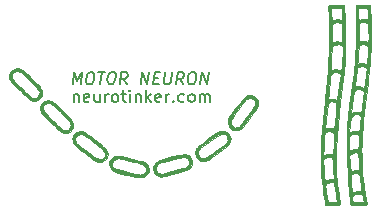
<source format=gbr>
G04 #@! TF.FileFunction,Legend,Top*
%FSLAX46Y46*%
G04 Gerber Fmt 4.6, Leading zero omitted, Abs format (unit mm)*
G04 Created by KiCad (PCBNEW 4.0.7-e2-6376~58~ubuntu14.04.1) date Wed May 23 15:12:27 2018*
%MOMM*%
%LPD*%
G01*
G04 APERTURE LIST*
%ADD10C,0.100000*%
%ADD11C,0.140000*%
%ADD12C,0.010000*%
G04 APERTURE END LIST*
D10*
D11*
X187538095Y-62985714D02*
X187538095Y-63652381D01*
X187538095Y-63080952D02*
X187585714Y-63033333D01*
X187680952Y-62985714D01*
X187823810Y-62985714D01*
X187919048Y-63033333D01*
X187966667Y-63128571D01*
X187966667Y-63652381D01*
X188823810Y-63604762D02*
X188728572Y-63652381D01*
X188538095Y-63652381D01*
X188442857Y-63604762D01*
X188395238Y-63509524D01*
X188395238Y-63128571D01*
X188442857Y-63033333D01*
X188538095Y-62985714D01*
X188728572Y-62985714D01*
X188823810Y-63033333D01*
X188871429Y-63128571D01*
X188871429Y-63223810D01*
X188395238Y-63319048D01*
X189728572Y-62985714D02*
X189728572Y-63652381D01*
X189300000Y-62985714D02*
X189300000Y-63509524D01*
X189347619Y-63604762D01*
X189442857Y-63652381D01*
X189585715Y-63652381D01*
X189680953Y-63604762D01*
X189728572Y-63557143D01*
X190204762Y-63652381D02*
X190204762Y-62985714D01*
X190204762Y-63176190D02*
X190252381Y-63080952D01*
X190300000Y-63033333D01*
X190395238Y-62985714D01*
X190490477Y-62985714D01*
X190966667Y-63652381D02*
X190871429Y-63604762D01*
X190823810Y-63557143D01*
X190776191Y-63461905D01*
X190776191Y-63176190D01*
X190823810Y-63080952D01*
X190871429Y-63033333D01*
X190966667Y-62985714D01*
X191109525Y-62985714D01*
X191204763Y-63033333D01*
X191252382Y-63080952D01*
X191300001Y-63176190D01*
X191300001Y-63461905D01*
X191252382Y-63557143D01*
X191204763Y-63604762D01*
X191109525Y-63652381D01*
X190966667Y-63652381D01*
X191585715Y-62985714D02*
X191966667Y-62985714D01*
X191728572Y-62652381D02*
X191728572Y-63509524D01*
X191776191Y-63604762D01*
X191871429Y-63652381D01*
X191966667Y-63652381D01*
X192300001Y-63652381D02*
X192300001Y-62985714D01*
X192300001Y-62652381D02*
X192252382Y-62700000D01*
X192300001Y-62747619D01*
X192347620Y-62700000D01*
X192300001Y-62652381D01*
X192300001Y-62747619D01*
X192776191Y-62985714D02*
X192776191Y-63652381D01*
X192776191Y-63080952D02*
X192823810Y-63033333D01*
X192919048Y-62985714D01*
X193061906Y-62985714D01*
X193157144Y-63033333D01*
X193204763Y-63128571D01*
X193204763Y-63652381D01*
X193680953Y-63652381D02*
X193680953Y-62652381D01*
X193776191Y-63271429D02*
X194061906Y-63652381D01*
X194061906Y-62985714D02*
X193680953Y-63366667D01*
X194871430Y-63604762D02*
X194776192Y-63652381D01*
X194585715Y-63652381D01*
X194490477Y-63604762D01*
X194442858Y-63509524D01*
X194442858Y-63128571D01*
X194490477Y-63033333D01*
X194585715Y-62985714D01*
X194776192Y-62985714D01*
X194871430Y-63033333D01*
X194919049Y-63128571D01*
X194919049Y-63223810D01*
X194442858Y-63319048D01*
X195347620Y-63652381D02*
X195347620Y-62985714D01*
X195347620Y-63176190D02*
X195395239Y-63080952D01*
X195442858Y-63033333D01*
X195538096Y-62985714D01*
X195633335Y-62985714D01*
X195966668Y-63557143D02*
X196014287Y-63604762D01*
X195966668Y-63652381D01*
X195919049Y-63604762D01*
X195966668Y-63557143D01*
X195966668Y-63652381D01*
X196871430Y-63604762D02*
X196776192Y-63652381D01*
X196585715Y-63652381D01*
X196490477Y-63604762D01*
X196442858Y-63557143D01*
X196395239Y-63461905D01*
X196395239Y-63176190D01*
X196442858Y-63080952D01*
X196490477Y-63033333D01*
X196585715Y-62985714D01*
X196776192Y-62985714D01*
X196871430Y-63033333D01*
X197442858Y-63652381D02*
X197347620Y-63604762D01*
X197300001Y-63557143D01*
X197252382Y-63461905D01*
X197252382Y-63176190D01*
X197300001Y-63080952D01*
X197347620Y-63033333D01*
X197442858Y-62985714D01*
X197585716Y-62985714D01*
X197680954Y-63033333D01*
X197728573Y-63080952D01*
X197776192Y-63176190D01*
X197776192Y-63461905D01*
X197728573Y-63557143D01*
X197680954Y-63604762D01*
X197585716Y-63652381D01*
X197442858Y-63652381D01*
X198204763Y-63652381D02*
X198204763Y-62985714D01*
X198204763Y-63080952D02*
X198252382Y-63033333D01*
X198347620Y-62985714D01*
X198490478Y-62985714D01*
X198585716Y-63033333D01*
X198633335Y-63128571D01*
X198633335Y-63652381D01*
X198633335Y-63128571D02*
X198680954Y-63033333D01*
X198776192Y-62985714D01*
X198919049Y-62985714D01*
X199014287Y-63033333D01*
X199061906Y-63128571D01*
X199061906Y-63652381D01*
X187452976Y-62152381D02*
X187577976Y-61152381D01*
X187822025Y-61866667D01*
X188244643Y-61152381D01*
X188119643Y-62152381D01*
X188911309Y-61152381D02*
X189101786Y-61152381D01*
X189191072Y-61200000D01*
X189274405Y-61295238D01*
X189298215Y-61485714D01*
X189256548Y-61819048D01*
X189185120Y-62009524D01*
X189077977Y-62104762D01*
X188976786Y-62152381D01*
X188786309Y-62152381D01*
X188697024Y-62104762D01*
X188613691Y-62009524D01*
X188589881Y-61819048D01*
X188631548Y-61485714D01*
X188702976Y-61295238D01*
X188810119Y-61200000D01*
X188911309Y-61152381D01*
X189625595Y-61152381D02*
X190197024Y-61152381D01*
X189786309Y-62152381D02*
X189911309Y-61152381D01*
X190720833Y-61152381D02*
X190911310Y-61152381D01*
X191000596Y-61200000D01*
X191083929Y-61295238D01*
X191107739Y-61485714D01*
X191066072Y-61819048D01*
X190994644Y-62009524D01*
X190887501Y-62104762D01*
X190786310Y-62152381D01*
X190595833Y-62152381D01*
X190506548Y-62104762D01*
X190423215Y-62009524D01*
X190399405Y-61819048D01*
X190441072Y-61485714D01*
X190512500Y-61295238D01*
X190619643Y-61200000D01*
X190720833Y-61152381D01*
X192024405Y-62152381D02*
X191750595Y-61676190D01*
X191452976Y-62152381D02*
X191577976Y-61152381D01*
X191958929Y-61152381D01*
X192048215Y-61200000D01*
X192089882Y-61247619D01*
X192125596Y-61342857D01*
X192107739Y-61485714D01*
X192048215Y-61580952D01*
X191994644Y-61628571D01*
X191893453Y-61676190D01*
X191512500Y-61676190D01*
X193214881Y-62152381D02*
X193339881Y-61152381D01*
X193786310Y-62152381D01*
X193911310Y-61152381D01*
X194327977Y-61628571D02*
X194661311Y-61628571D01*
X194738691Y-62152381D02*
X194262500Y-62152381D01*
X194387500Y-61152381D01*
X194863691Y-61152381D01*
X195292262Y-61152381D02*
X195191072Y-61961905D01*
X195226786Y-62057143D01*
X195268453Y-62104762D01*
X195357738Y-62152381D01*
X195548215Y-62152381D01*
X195649406Y-62104762D01*
X195702977Y-62057143D01*
X195762501Y-61961905D01*
X195863691Y-61152381D01*
X196786310Y-62152381D02*
X196512500Y-61676190D01*
X196214881Y-62152381D02*
X196339881Y-61152381D01*
X196720834Y-61152381D01*
X196810120Y-61200000D01*
X196851787Y-61247619D01*
X196887501Y-61342857D01*
X196869644Y-61485714D01*
X196810120Y-61580952D01*
X196756549Y-61628571D01*
X196655358Y-61676190D01*
X196274405Y-61676190D01*
X197530357Y-61152381D02*
X197720834Y-61152381D01*
X197810120Y-61200000D01*
X197893453Y-61295238D01*
X197917263Y-61485714D01*
X197875596Y-61819048D01*
X197804168Y-62009524D01*
X197697025Y-62104762D01*
X197595834Y-62152381D01*
X197405357Y-62152381D01*
X197316072Y-62104762D01*
X197232739Y-62009524D01*
X197208929Y-61819048D01*
X197250596Y-61485714D01*
X197322024Y-61295238D01*
X197429167Y-61200000D01*
X197530357Y-61152381D01*
X198262500Y-62152381D02*
X198387500Y-61152381D01*
X198833929Y-62152381D01*
X198958929Y-61152381D01*
D12*
G36*
X210491434Y-56730800D02*
X210502202Y-57173755D01*
X210509966Y-57682056D01*
X210514465Y-58219485D01*
X210515439Y-58749826D01*
X210512629Y-59236860D01*
X210510593Y-59397800D01*
X210503136Y-59832934D01*
X210494065Y-60188151D01*
X210481733Y-60485134D01*
X210464491Y-60745564D01*
X210440689Y-60991125D01*
X210408680Y-61243499D01*
X210366814Y-61524370D01*
X210332658Y-61737880D01*
X210065724Y-63659240D01*
X209882188Y-65619396D01*
X209783776Y-67596708D01*
X209766261Y-68835902D01*
X209770025Y-69368145D01*
X209783109Y-69825995D01*
X209807791Y-70236412D01*
X209846353Y-70626358D01*
X209901071Y-71022795D01*
X209974225Y-71452685D01*
X209998542Y-71583887D01*
X210044632Y-71834102D01*
X210082861Y-72051312D01*
X210109634Y-72214381D01*
X210121360Y-72302173D01*
X210121600Y-72307787D01*
X210101157Y-72337795D01*
X210030500Y-72358181D01*
X209895635Y-72370483D01*
X209682570Y-72376239D01*
X209490201Y-72377200D01*
X208858803Y-72377200D01*
X208807312Y-72110500D01*
X208677459Y-71332624D01*
X208613256Y-70810260D01*
X208856714Y-70810260D01*
X208872266Y-70989952D01*
X208906550Y-71244896D01*
X208927300Y-71386600D01*
X208968587Y-71672502D01*
X209001082Y-71873515D01*
X209035560Y-72004444D01*
X209082791Y-72080099D01*
X209153548Y-72115288D01*
X209258603Y-72124818D01*
X209408727Y-72123498D01*
X209463135Y-72123200D01*
X209664283Y-72121825D01*
X209783142Y-72113828D01*
X209839020Y-72093400D01*
X209851223Y-72054731D01*
X209843013Y-72008900D01*
X209772119Y-71680113D01*
X209707582Y-71338404D01*
X209657028Y-71025950D01*
X209635733Y-70862592D01*
X209605725Y-70682439D01*
X209564016Y-70537537D01*
X209526835Y-70468892D01*
X209395929Y-70405053D01*
X209221134Y-70412375D01*
X209029579Y-70489362D01*
X209016700Y-70497043D01*
X208939887Y-70549213D01*
X208888781Y-70607239D01*
X208861638Y-70688472D01*
X208856714Y-70810260D01*
X208613256Y-70810260D01*
X208574950Y-70498598D01*
X208501462Y-69636332D01*
X208458673Y-68773735D01*
X208454963Y-68476224D01*
X208683700Y-68476224D01*
X208716348Y-69296412D01*
X208729271Y-69582352D01*
X208743730Y-69838696D01*
X208758377Y-70045467D01*
X208771866Y-70182691D01*
X208778862Y-70223402D01*
X208802123Y-70288690D01*
X208840833Y-70303612D01*
X208924658Y-70269511D01*
X208995264Y-70233194D01*
X209217348Y-70160948D01*
X209366631Y-70164186D01*
X209551463Y-70192187D01*
X209526159Y-69316193D01*
X209514943Y-68973611D01*
X209500775Y-68719440D01*
X209478969Y-68540509D01*
X209444843Y-68423644D01*
X209393714Y-68355673D01*
X209320899Y-68323423D01*
X209221713Y-68313720D01*
X209169567Y-68313200D01*
X208999298Y-68338012D01*
X208841327Y-68394712D01*
X208683700Y-68476224D01*
X208454963Y-68476224D01*
X208448260Y-67938716D01*
X208448786Y-67921370D01*
X208688216Y-67921370D01*
X208690195Y-68047056D01*
X208701443Y-68115684D01*
X208723433Y-68142063D01*
X208757636Y-68141002D01*
X208775400Y-68136114D01*
X208899403Y-68105138D01*
X209038816Y-68076508D01*
X209207466Y-68071971D01*
X209352359Y-68099863D01*
X209504085Y-68152755D01*
X209531672Y-67788477D01*
X209545677Y-67578678D01*
X209561046Y-67308824D01*
X209575508Y-67020393D01*
X209583046Y-66849895D01*
X209606833Y-66275591D01*
X209445116Y-66176985D01*
X209230503Y-66088941D01*
X209037131Y-66088086D01*
X208880979Y-66167075D01*
X208778028Y-66318564D01*
X208744280Y-66499078D01*
X208739909Y-66628585D01*
X208731930Y-66833860D01*
X208721385Y-67089181D01*
X208709317Y-67368824D01*
X208706180Y-67439591D01*
X208694035Y-67723818D01*
X208688216Y-67921370D01*
X208448786Y-67921370D01*
X208471901Y-67159184D01*
X208491844Y-66861884D01*
X208513445Y-66610891D01*
X208544437Y-66280194D01*
X208582687Y-65891035D01*
X208583789Y-65880198D01*
X208806311Y-65880198D01*
X209019455Y-65852994D01*
X209204828Y-65850846D01*
X209384969Y-65880762D01*
X209410400Y-65888880D01*
X209588200Y-65951972D01*
X209621115Y-65748286D01*
X209636412Y-65628277D01*
X209657227Y-65429481D01*
X209681391Y-65174420D01*
X209706732Y-64885617D01*
X209721527Y-64706400D01*
X209744159Y-64423422D01*
X209763710Y-64175324D01*
X209778787Y-63980063D01*
X209787999Y-63855594D01*
X209790212Y-63820247D01*
X209748057Y-63754797D01*
X209642961Y-63685175D01*
X209511254Y-63628839D01*
X209389266Y-63603249D01*
X209345904Y-63606736D01*
X209247328Y-63635787D01*
X209172395Y-63676115D01*
X209115766Y-63741991D01*
X209072101Y-63847684D01*
X209036061Y-64007464D01*
X209002305Y-64235601D01*
X208965493Y-64546365D01*
X208953259Y-64655999D01*
X208919423Y-64958172D01*
X208887692Y-65236393D01*
X208860439Y-65470229D01*
X208840041Y-65639247D01*
X208830493Y-65712399D01*
X208806311Y-65880198D01*
X208583789Y-65880198D01*
X208626066Y-65464653D01*
X208672442Y-65022291D01*
X208719684Y-64585189D01*
X208725917Y-64528600D01*
X208832328Y-63533041D01*
X208852816Y-63324554D01*
X209105568Y-63324554D01*
X209122062Y-63375882D01*
X209187490Y-63397377D01*
X209325697Y-63395624D01*
X209355775Y-63393652D01*
X209522527Y-63393631D01*
X209658351Y-63413443D01*
X209698706Y-63428589D01*
X209785661Y-63456407D01*
X209821460Y-63445936D01*
X209840914Y-63382987D01*
X209867673Y-63243910D01*
X209897240Y-63053489D01*
X209910763Y-62953800D01*
X209944438Y-62705595D01*
X209987844Y-62402096D01*
X210034461Y-62088298D01*
X210064240Y-61894718D01*
X210158474Y-61292837D01*
X210000337Y-61196408D01*
X209868319Y-61131072D01*
X209756943Y-61100162D01*
X209748277Y-61099789D01*
X209604703Y-61128131D01*
X209454509Y-61199219D01*
X209334654Y-61291369D01*
X209283696Y-61372349D01*
X209272271Y-61453728D01*
X209254415Y-61615716D01*
X209232012Y-61837662D01*
X209206946Y-62098915D01*
X209181102Y-62378826D01*
X209156364Y-62656743D01*
X209134616Y-62912017D01*
X209117742Y-63123997D01*
X209107626Y-63272032D01*
X209105568Y-63324554D01*
X208852816Y-63324554D01*
X208921768Y-62622914D01*
X208995071Y-61783626D01*
X209052776Y-61004515D01*
X209303305Y-61004515D01*
X209412565Y-60946040D01*
X209526205Y-60915740D01*
X209692030Y-60904577D01*
X209783612Y-60908044D01*
X209950801Y-60926905D01*
X210084013Y-60952053D01*
X210126796Y-60965816D01*
X210164353Y-60965627D01*
X210195763Y-60921205D01*
X210222307Y-60823209D01*
X210245270Y-60662297D01*
X210265936Y-60429127D01*
X210285588Y-60114357D01*
X210305509Y-59708645D01*
X210308379Y-59644376D01*
X210340160Y-58925752D01*
X210182603Y-58844276D01*
X210029285Y-58786717D01*
X209882822Y-58762989D01*
X209719979Y-58795487D01*
X209559654Y-58877604D01*
X209436932Y-58986890D01*
X209389420Y-59078724D01*
X209380002Y-59165886D01*
X209368608Y-59335635D01*
X209356259Y-59569001D01*
X209343975Y-59847016D01*
X209334510Y-60099557D01*
X209303305Y-61004515D01*
X209052776Y-61004515D01*
X209053068Y-61000580D01*
X209096591Y-60259181D01*
X209126473Y-59544834D01*
X209143544Y-58842943D01*
X209144938Y-58650185D01*
X209407876Y-58650185D01*
X209620161Y-58577047D01*
X209836412Y-58530584D01*
X210054483Y-58551264D01*
X210276520Y-58598620D01*
X210248600Y-57010200D01*
X210030463Y-56934795D01*
X209886372Y-56891682D01*
X209784346Y-56890609D01*
X209672548Y-56934820D01*
X209624063Y-56960229D01*
X209435800Y-57061067D01*
X209407876Y-58650185D01*
X209144938Y-58650185D01*
X209148637Y-58138913D01*
X209142584Y-57418149D01*
X209139991Y-57264200D01*
X209132298Y-56863674D01*
X209124402Y-56492645D01*
X209116641Y-56164156D01*
X209109351Y-55891248D01*
X209102871Y-55686964D01*
X209101873Y-55664000D01*
X209359600Y-55664000D01*
X209360293Y-56108500D01*
X209363808Y-56323658D01*
X209372569Y-56509824D01*
X209384922Y-56636024D01*
X209389703Y-56659976D01*
X209414914Y-56724782D01*
X209462500Y-56742081D01*
X209563021Y-56716771D01*
X209621207Y-56697087D01*
X209807950Y-56654398D01*
X209988573Y-56672217D01*
X210028725Y-56682349D01*
X210156562Y-56712902D01*
X210232679Y-56723691D01*
X210241027Y-56721438D01*
X210242712Y-56667216D01*
X210241260Y-56533558D01*
X210237021Y-56342569D01*
X210232526Y-56184700D01*
X210216452Y-55664000D01*
X209359600Y-55664000D01*
X209101873Y-55664000D01*
X209097538Y-55564347D01*
X209095302Y-55537000D01*
X209094217Y-55496209D01*
X209115566Y-55468101D01*
X209174893Y-55450320D01*
X209287737Y-55440513D01*
X209469640Y-55436326D01*
X209736144Y-55435403D01*
X209766000Y-55435400D01*
X210451800Y-55435400D01*
X210491434Y-56730800D01*
X210491434Y-56730800D01*
G37*
X210491434Y-56730800D02*
X210502202Y-57173755D01*
X210509966Y-57682056D01*
X210514465Y-58219485D01*
X210515439Y-58749826D01*
X210512629Y-59236860D01*
X210510593Y-59397800D01*
X210503136Y-59832934D01*
X210494065Y-60188151D01*
X210481733Y-60485134D01*
X210464491Y-60745564D01*
X210440689Y-60991125D01*
X210408680Y-61243499D01*
X210366814Y-61524370D01*
X210332658Y-61737880D01*
X210065724Y-63659240D01*
X209882188Y-65619396D01*
X209783776Y-67596708D01*
X209766261Y-68835902D01*
X209770025Y-69368145D01*
X209783109Y-69825995D01*
X209807791Y-70236412D01*
X209846353Y-70626358D01*
X209901071Y-71022795D01*
X209974225Y-71452685D01*
X209998542Y-71583887D01*
X210044632Y-71834102D01*
X210082861Y-72051312D01*
X210109634Y-72214381D01*
X210121360Y-72302173D01*
X210121600Y-72307787D01*
X210101157Y-72337795D01*
X210030500Y-72358181D01*
X209895635Y-72370483D01*
X209682570Y-72376239D01*
X209490201Y-72377200D01*
X208858803Y-72377200D01*
X208807312Y-72110500D01*
X208677459Y-71332624D01*
X208613256Y-70810260D01*
X208856714Y-70810260D01*
X208872266Y-70989952D01*
X208906550Y-71244896D01*
X208927300Y-71386600D01*
X208968587Y-71672502D01*
X209001082Y-71873515D01*
X209035560Y-72004444D01*
X209082791Y-72080099D01*
X209153548Y-72115288D01*
X209258603Y-72124818D01*
X209408727Y-72123498D01*
X209463135Y-72123200D01*
X209664283Y-72121825D01*
X209783142Y-72113828D01*
X209839020Y-72093400D01*
X209851223Y-72054731D01*
X209843013Y-72008900D01*
X209772119Y-71680113D01*
X209707582Y-71338404D01*
X209657028Y-71025950D01*
X209635733Y-70862592D01*
X209605725Y-70682439D01*
X209564016Y-70537537D01*
X209526835Y-70468892D01*
X209395929Y-70405053D01*
X209221134Y-70412375D01*
X209029579Y-70489362D01*
X209016700Y-70497043D01*
X208939887Y-70549213D01*
X208888781Y-70607239D01*
X208861638Y-70688472D01*
X208856714Y-70810260D01*
X208613256Y-70810260D01*
X208574950Y-70498598D01*
X208501462Y-69636332D01*
X208458673Y-68773735D01*
X208454963Y-68476224D01*
X208683700Y-68476224D01*
X208716348Y-69296412D01*
X208729271Y-69582352D01*
X208743730Y-69838696D01*
X208758377Y-70045467D01*
X208771866Y-70182691D01*
X208778862Y-70223402D01*
X208802123Y-70288690D01*
X208840833Y-70303612D01*
X208924658Y-70269511D01*
X208995264Y-70233194D01*
X209217348Y-70160948D01*
X209366631Y-70164186D01*
X209551463Y-70192187D01*
X209526159Y-69316193D01*
X209514943Y-68973611D01*
X209500775Y-68719440D01*
X209478969Y-68540509D01*
X209444843Y-68423644D01*
X209393714Y-68355673D01*
X209320899Y-68323423D01*
X209221713Y-68313720D01*
X209169567Y-68313200D01*
X208999298Y-68338012D01*
X208841327Y-68394712D01*
X208683700Y-68476224D01*
X208454963Y-68476224D01*
X208448260Y-67938716D01*
X208448786Y-67921370D01*
X208688216Y-67921370D01*
X208690195Y-68047056D01*
X208701443Y-68115684D01*
X208723433Y-68142063D01*
X208757636Y-68141002D01*
X208775400Y-68136114D01*
X208899403Y-68105138D01*
X209038816Y-68076508D01*
X209207466Y-68071971D01*
X209352359Y-68099863D01*
X209504085Y-68152755D01*
X209531672Y-67788477D01*
X209545677Y-67578678D01*
X209561046Y-67308824D01*
X209575508Y-67020393D01*
X209583046Y-66849895D01*
X209606833Y-66275591D01*
X209445116Y-66176985D01*
X209230503Y-66088941D01*
X209037131Y-66088086D01*
X208880979Y-66167075D01*
X208778028Y-66318564D01*
X208744280Y-66499078D01*
X208739909Y-66628585D01*
X208731930Y-66833860D01*
X208721385Y-67089181D01*
X208709317Y-67368824D01*
X208706180Y-67439591D01*
X208694035Y-67723818D01*
X208688216Y-67921370D01*
X208448786Y-67921370D01*
X208471901Y-67159184D01*
X208491844Y-66861884D01*
X208513445Y-66610891D01*
X208544437Y-66280194D01*
X208582687Y-65891035D01*
X208583789Y-65880198D01*
X208806311Y-65880198D01*
X209019455Y-65852994D01*
X209204828Y-65850846D01*
X209384969Y-65880762D01*
X209410400Y-65888880D01*
X209588200Y-65951972D01*
X209621115Y-65748286D01*
X209636412Y-65628277D01*
X209657227Y-65429481D01*
X209681391Y-65174420D01*
X209706732Y-64885617D01*
X209721527Y-64706400D01*
X209744159Y-64423422D01*
X209763710Y-64175324D01*
X209778787Y-63980063D01*
X209787999Y-63855594D01*
X209790212Y-63820247D01*
X209748057Y-63754797D01*
X209642961Y-63685175D01*
X209511254Y-63628839D01*
X209389266Y-63603249D01*
X209345904Y-63606736D01*
X209247328Y-63635787D01*
X209172395Y-63676115D01*
X209115766Y-63741991D01*
X209072101Y-63847684D01*
X209036061Y-64007464D01*
X209002305Y-64235601D01*
X208965493Y-64546365D01*
X208953259Y-64655999D01*
X208919423Y-64958172D01*
X208887692Y-65236393D01*
X208860439Y-65470229D01*
X208840041Y-65639247D01*
X208830493Y-65712399D01*
X208806311Y-65880198D01*
X208583789Y-65880198D01*
X208626066Y-65464653D01*
X208672442Y-65022291D01*
X208719684Y-64585189D01*
X208725917Y-64528600D01*
X208832328Y-63533041D01*
X208852816Y-63324554D01*
X209105568Y-63324554D01*
X209122062Y-63375882D01*
X209187490Y-63397377D01*
X209325697Y-63395624D01*
X209355775Y-63393652D01*
X209522527Y-63393631D01*
X209658351Y-63413443D01*
X209698706Y-63428589D01*
X209785661Y-63456407D01*
X209821460Y-63445936D01*
X209840914Y-63382987D01*
X209867673Y-63243910D01*
X209897240Y-63053489D01*
X209910763Y-62953800D01*
X209944438Y-62705595D01*
X209987844Y-62402096D01*
X210034461Y-62088298D01*
X210064240Y-61894718D01*
X210158474Y-61292837D01*
X210000337Y-61196408D01*
X209868319Y-61131072D01*
X209756943Y-61100162D01*
X209748277Y-61099789D01*
X209604703Y-61128131D01*
X209454509Y-61199219D01*
X209334654Y-61291369D01*
X209283696Y-61372349D01*
X209272271Y-61453728D01*
X209254415Y-61615716D01*
X209232012Y-61837662D01*
X209206946Y-62098915D01*
X209181102Y-62378826D01*
X209156364Y-62656743D01*
X209134616Y-62912017D01*
X209117742Y-63123997D01*
X209107626Y-63272032D01*
X209105568Y-63324554D01*
X208852816Y-63324554D01*
X208921768Y-62622914D01*
X208995071Y-61783626D01*
X209052776Y-61004515D01*
X209303305Y-61004515D01*
X209412565Y-60946040D01*
X209526205Y-60915740D01*
X209692030Y-60904577D01*
X209783612Y-60908044D01*
X209950801Y-60926905D01*
X210084013Y-60952053D01*
X210126796Y-60965816D01*
X210164353Y-60965627D01*
X210195763Y-60921205D01*
X210222307Y-60823209D01*
X210245270Y-60662297D01*
X210265936Y-60429127D01*
X210285588Y-60114357D01*
X210305509Y-59708645D01*
X210308379Y-59644376D01*
X210340160Y-58925752D01*
X210182603Y-58844276D01*
X210029285Y-58786717D01*
X209882822Y-58762989D01*
X209719979Y-58795487D01*
X209559654Y-58877604D01*
X209436932Y-58986890D01*
X209389420Y-59078724D01*
X209380002Y-59165886D01*
X209368608Y-59335635D01*
X209356259Y-59569001D01*
X209343975Y-59847016D01*
X209334510Y-60099557D01*
X209303305Y-61004515D01*
X209052776Y-61004515D01*
X209053068Y-61000580D01*
X209096591Y-60259181D01*
X209126473Y-59544834D01*
X209143544Y-58842943D01*
X209144938Y-58650185D01*
X209407876Y-58650185D01*
X209620161Y-58577047D01*
X209836412Y-58530584D01*
X210054483Y-58551264D01*
X210276520Y-58598620D01*
X210248600Y-57010200D01*
X210030463Y-56934795D01*
X209886372Y-56891682D01*
X209784346Y-56890609D01*
X209672548Y-56934820D01*
X209624063Y-56960229D01*
X209435800Y-57061067D01*
X209407876Y-58650185D01*
X209144938Y-58650185D01*
X209148637Y-58138913D01*
X209142584Y-57418149D01*
X209139991Y-57264200D01*
X209132298Y-56863674D01*
X209124402Y-56492645D01*
X209116641Y-56164156D01*
X209109351Y-55891248D01*
X209102871Y-55686964D01*
X209101873Y-55664000D01*
X209359600Y-55664000D01*
X209360293Y-56108500D01*
X209363808Y-56323658D01*
X209372569Y-56509824D01*
X209384922Y-56636024D01*
X209389703Y-56659976D01*
X209414914Y-56724782D01*
X209462500Y-56742081D01*
X209563021Y-56716771D01*
X209621207Y-56697087D01*
X209807950Y-56654398D01*
X209988573Y-56672217D01*
X210028725Y-56682349D01*
X210156562Y-56712902D01*
X210232679Y-56723691D01*
X210241027Y-56721438D01*
X210242712Y-56667216D01*
X210241260Y-56533558D01*
X210237021Y-56342569D01*
X210232526Y-56184700D01*
X210216452Y-55664000D01*
X209359600Y-55664000D01*
X209101873Y-55664000D01*
X209097538Y-55564347D01*
X209095302Y-55537000D01*
X209094217Y-55496209D01*
X209115566Y-55468101D01*
X209174893Y-55450320D01*
X209287737Y-55440513D01*
X209469640Y-55436326D01*
X209736144Y-55435403D01*
X209766000Y-55435400D01*
X210451800Y-55435400D01*
X210491434Y-56730800D01*
G36*
X212646909Y-55549700D02*
X212655177Y-55629783D01*
X212662845Y-55799874D01*
X212669713Y-56048380D01*
X212675580Y-56363709D01*
X212680246Y-56734269D01*
X212683510Y-57148467D01*
X212685172Y-57594712D01*
X212685342Y-57772200D01*
X212685258Y-58210710D01*
X212684274Y-58597595D01*
X212681553Y-58943927D01*
X212676259Y-59260778D01*
X212667553Y-59559218D01*
X212654599Y-59850321D01*
X212636559Y-60145158D01*
X212612598Y-60454801D01*
X212581877Y-60790321D01*
X212543559Y-61162791D01*
X212496809Y-61583283D01*
X212440787Y-62062867D01*
X212374658Y-62612617D01*
X212297584Y-63243604D01*
X212230226Y-63792000D01*
X212141339Y-64534450D01*
X212068281Y-65191065D01*
X212010093Y-65776211D01*
X211965813Y-66304255D01*
X211934478Y-66789565D01*
X211915129Y-67246507D01*
X211906803Y-67689448D01*
X211908538Y-68132755D01*
X211916170Y-68484935D01*
X211929224Y-68918391D01*
X211942590Y-69274007D01*
X211958553Y-69575522D01*
X211979400Y-69846678D01*
X212007416Y-70111214D01*
X212044888Y-70392870D01*
X212094103Y-70715387D01*
X212157345Y-71102505D01*
X212183105Y-71256985D01*
X212235215Y-71570513D01*
X212281075Y-71850036D01*
X212318189Y-72080050D01*
X212344062Y-72245046D01*
X212356201Y-72329520D01*
X212356800Y-72336485D01*
X212309091Y-72351377D01*
X212178312Y-72363826D01*
X211982984Y-72372730D01*
X211741628Y-72376989D01*
X211671967Y-72377200D01*
X211396714Y-72376549D01*
X211206499Y-72372819D01*
X211084759Y-72363342D01*
X211014932Y-72345450D01*
X210980458Y-72316476D01*
X210964775Y-72273752D01*
X210962344Y-72262900D01*
X210928622Y-72062657D01*
X210895455Y-71788098D01*
X211137600Y-71788098D01*
X211142477Y-71940529D01*
X211169476Y-72037949D01*
X211237146Y-72092651D01*
X211364037Y-72116923D01*
X211568698Y-72123058D01*
X211643344Y-72123200D01*
X212087419Y-72123200D01*
X212042567Y-71831100D01*
X212001714Y-71649195D01*
X211947194Y-71516930D01*
X211913548Y-71475500D01*
X211769823Y-71421510D01*
X211581138Y-71420703D01*
X211387540Y-71470619D01*
X211302700Y-71513043D01*
X211187471Y-71603091D01*
X211142364Y-71709098D01*
X211137600Y-71788098D01*
X210895455Y-71788098D01*
X210893785Y-71774281D01*
X210858615Y-71411223D01*
X210823898Y-70986933D01*
X210790418Y-70514859D01*
X210767357Y-70143637D01*
X211017395Y-70143637D01*
X211024311Y-70380411D01*
X211037782Y-70602321D01*
X211055477Y-70848691D01*
X211070269Y-71059944D01*
X211080669Y-71214453D01*
X211085191Y-71290590D01*
X211085244Y-71292223D01*
X211125618Y-71310811D01*
X211236829Y-71271494D01*
X211277300Y-71251398D01*
X211538564Y-71171503D01*
X211683700Y-71168340D01*
X211771911Y-71175729D01*
X211833965Y-71173559D01*
X211872034Y-71147712D01*
X211888294Y-71084067D01*
X211884917Y-70968506D01*
X211864078Y-70786909D01*
X211827951Y-70525156D01*
X211806425Y-70371265D01*
X211769413Y-70113720D01*
X211738981Y-69938306D01*
X211708943Y-69826358D01*
X211673115Y-69759214D01*
X211625311Y-69718209D01*
X211582507Y-69695589D01*
X211472907Y-69657587D01*
X211369042Y-69669911D01*
X211263250Y-69714245D01*
X211134168Y-69791158D01*
X211046332Y-69871456D01*
X211037582Y-69885043D01*
X211021817Y-69972652D01*
X211017395Y-70143637D01*
X210767357Y-70143637D01*
X210758958Y-70008452D01*
X210730302Y-69481161D01*
X210705236Y-68946437D01*
X210684544Y-68417729D01*
X210677481Y-68186200D01*
X210883947Y-68186200D01*
X210933746Y-68770400D01*
X210953797Y-69014566D01*
X210970144Y-69230607D01*
X210980939Y-69392973D01*
X210984373Y-69470204D01*
X210990502Y-69544402D01*
X211025774Y-69558140D01*
X211117798Y-69517189D01*
X211144181Y-69503596D01*
X211338932Y-69445367D01*
X211504930Y-69440625D01*
X211706698Y-69459866D01*
X211670543Y-68746833D01*
X211653937Y-68484219D01*
X211633323Y-68255752D01*
X211610998Y-68081785D01*
X211589257Y-67982670D01*
X211582973Y-67970300D01*
X211476092Y-67911282D01*
X211323488Y-67910825D01*
X211158934Y-67964215D01*
X211036975Y-68046500D01*
X210883947Y-68186200D01*
X210677481Y-68186200D01*
X210669008Y-67908486D01*
X210659415Y-67432160D01*
X210656524Y-67017800D01*
X210657931Y-66639825D01*
X210658479Y-66595031D01*
X210883600Y-66595031D01*
X210883600Y-67200115D01*
X210885734Y-67434512D01*
X210891549Y-67626628D01*
X210900157Y-67756757D01*
X210910674Y-67805194D01*
X210910787Y-67805200D01*
X210968385Y-67780193D01*
X211064182Y-67722505D01*
X211226997Y-67663552D01*
X211411133Y-67664691D01*
X211631877Y-67689572D01*
X211664138Y-67307921D01*
X211688546Y-66984372D01*
X211696076Y-66747031D01*
X211682404Y-66581287D01*
X211643206Y-66472526D01*
X211574156Y-66406137D01*
X211470931Y-66367507D01*
X211380622Y-66349899D01*
X211241423Y-66346888D01*
X211118973Y-66401968D01*
X211045889Y-66458473D01*
X210883600Y-66595031D01*
X210658479Y-66595031D01*
X210662048Y-66303753D01*
X210665417Y-66174902D01*
X210887032Y-66174902D01*
X210899748Y-66229495D01*
X210902796Y-66230400D01*
X210957221Y-66212650D01*
X211070236Y-66168236D01*
X211116253Y-66149232D01*
X211273052Y-66099071D01*
X211412537Y-66102865D01*
X211508403Y-66127353D01*
X211634397Y-66160782D01*
X211709752Y-66172558D01*
X211717671Y-66170420D01*
X211726596Y-66116615D01*
X211742750Y-65981417D01*
X211763921Y-65784595D01*
X211787899Y-65545917D01*
X211790493Y-65519200D01*
X211815298Y-65255866D01*
X211828759Y-65074793D01*
X211829643Y-64957147D01*
X211816718Y-64884093D01*
X211788753Y-64836797D01*
X211744516Y-64796425D01*
X211743139Y-64795300D01*
X211570806Y-64715076D01*
X211375053Y-64719722D01*
X211184497Y-64806846D01*
X211135517Y-64846100D01*
X211061557Y-64919292D01*
X211012173Y-64996348D01*
X210979184Y-65102388D01*
X210954412Y-65262529D01*
X210932892Y-65468400D01*
X210903432Y-65798691D01*
X210888203Y-66032746D01*
X210887032Y-66174902D01*
X210665417Y-66174902D01*
X210670119Y-65995123D01*
X210683386Y-65699478D01*
X210703092Y-65402358D01*
X210730481Y-65089306D01*
X210766794Y-64745862D01*
X210796844Y-64494824D01*
X211043743Y-64494824D01*
X211057928Y-64552449D01*
X211090243Y-64569006D01*
X211141977Y-64556463D01*
X211214419Y-64526794D01*
X211239684Y-64516617D01*
X211398185Y-64467945D01*
X211535778Y-64469925D01*
X211651029Y-64498824D01*
X211782204Y-64533134D01*
X211865166Y-64545451D01*
X211876853Y-64542879D01*
X211889913Y-64488394D01*
X211912342Y-64353528D01*
X211941402Y-64158774D01*
X211974352Y-63924627D01*
X212008456Y-63671582D01*
X212040973Y-63420133D01*
X212069166Y-63190775D01*
X212090296Y-63004001D01*
X212101624Y-62880306D01*
X212102800Y-62852076D01*
X212063723Y-62746584D01*
X211937344Y-62658304D01*
X211930022Y-62654788D01*
X211704151Y-62581766D01*
X211515878Y-62598725D01*
X211374363Y-62687100D01*
X211325948Y-62739913D01*
X211287275Y-62809050D01*
X211254189Y-62911124D01*
X211222537Y-63062749D01*
X211188163Y-63280541D01*
X211146912Y-63581113D01*
X211142535Y-63614200D01*
X211097085Y-63955816D01*
X211064610Y-64208478D01*
X211046400Y-64384157D01*
X211043743Y-64494824D01*
X210796844Y-64494824D01*
X210813275Y-64357569D01*
X210871167Y-63909966D01*
X210941712Y-63388597D01*
X211012418Y-62877600D01*
X211091520Y-62306700D01*
X211341865Y-62306700D01*
X211374923Y-62346389D01*
X211485260Y-62346829D01*
X211532824Y-62340094D01*
X211781173Y-62347750D01*
X211901124Y-62386150D01*
X212043482Y-62444689D01*
X212119101Y-62450993D01*
X212154836Y-62392352D01*
X212177545Y-62256058D01*
X212177651Y-62255300D01*
X212194974Y-62118925D01*
X212219289Y-61910637D01*
X212247269Y-61659593D01*
X212273605Y-61413897D01*
X212339281Y-60788394D01*
X212214190Y-60689997D01*
X212040015Y-60608985D01*
X211843966Y-60600856D01*
X211668438Y-60666112D01*
X211645257Y-60683262D01*
X211598531Y-60732102D01*
X211560976Y-60804545D01*
X211528315Y-60917593D01*
X211496269Y-61088244D01*
X211460558Y-61333498D01*
X211437494Y-61508762D01*
X211403757Y-61774249D01*
X211375183Y-62006096D01*
X211354144Y-62184521D01*
X211343010Y-62289739D01*
X211341865Y-62306700D01*
X211091520Y-62306700D01*
X211098904Y-62253409D01*
X211172022Y-61714910D01*
X211232886Y-61247233D01*
X211282608Y-60835507D01*
X211322303Y-60464861D01*
X211326808Y-60414452D01*
X211557973Y-60414452D01*
X211620486Y-60406473D01*
X211668508Y-60389347D01*
X211913398Y-60341887D01*
X212143747Y-60382997D01*
X212204400Y-60411733D01*
X212297100Y-60453984D01*
X212341356Y-60429273D01*
X212364840Y-60360129D01*
X212380280Y-60264170D01*
X212398248Y-60090540D01*
X212416611Y-59863060D01*
X212433237Y-59605551D01*
X212434687Y-59579709D01*
X212471094Y-58921426D01*
X212299647Y-58816903D01*
X212106538Y-58728937D01*
X211942755Y-58727676D01*
X211786400Y-58811820D01*
X211735242Y-58857378D01*
X211698702Y-58912267D01*
X211673020Y-58994734D01*
X211654440Y-59123026D01*
X211639201Y-59315392D01*
X211623547Y-59590078D01*
X211622661Y-59606761D01*
X211607273Y-59866680D01*
X211590854Y-60093037D01*
X211575140Y-60264943D01*
X211561868Y-60361509D01*
X211559113Y-60371487D01*
X211557973Y-60414452D01*
X211326808Y-60414452D01*
X211353085Y-60120426D01*
X211376067Y-59787330D01*
X211392363Y-59450704D01*
X211403086Y-59095676D01*
X211409350Y-58707376D01*
X211412269Y-58270934D01*
X211412922Y-57796385D01*
X211696400Y-57796385D01*
X211696400Y-58551410D01*
X211868072Y-58504009D01*
X212071397Y-58485812D01*
X212236372Y-58524567D01*
X212369914Y-58558731D01*
X212463111Y-58561016D01*
X212477608Y-58554315D01*
X212491902Y-58492493D01*
X212501211Y-58348111D01*
X212504999Y-58140110D01*
X212502732Y-57887435D01*
X212499751Y-57769375D01*
X212489530Y-57474271D01*
X212477925Y-57264249D01*
X212462555Y-57122796D01*
X212441035Y-57033398D01*
X212410984Y-56979543D01*
X212381933Y-56952923D01*
X212235105Y-56896487D01*
X212049023Y-56888475D01*
X211873307Y-56928075D01*
X211809303Y-56962280D01*
X211765656Y-56997794D01*
X211734991Y-57044284D01*
X211715025Y-57118629D01*
X211703472Y-57237709D01*
X211698048Y-57418402D01*
X211696467Y-57677586D01*
X211696400Y-57796385D01*
X211412922Y-57796385D01*
X211412957Y-57771479D01*
X211412841Y-57530900D01*
X211411411Y-55664000D01*
X211645600Y-55664000D01*
X211645600Y-56200823D01*
X211646274Y-56438791D01*
X211650857Y-56591801D01*
X211663189Y-56676497D01*
X211687111Y-56709521D01*
X211726464Y-56707515D01*
X211759900Y-56696123D01*
X211873921Y-56673472D01*
X212044275Y-56659804D01*
X212166300Y-56657780D01*
X212458400Y-56660960D01*
X212458400Y-56474732D01*
X212452908Y-56319116D01*
X212438773Y-56116250D01*
X212425763Y-55976251D01*
X212393126Y-55664000D01*
X211645600Y-55664000D01*
X211411411Y-55664000D01*
X211411216Y-55410000D01*
X212010040Y-55410000D01*
X212608864Y-55409999D01*
X212646909Y-55549700D01*
X212646909Y-55549700D01*
G37*
X212646909Y-55549700D02*
X212655177Y-55629783D01*
X212662845Y-55799874D01*
X212669713Y-56048380D01*
X212675580Y-56363709D01*
X212680246Y-56734269D01*
X212683510Y-57148467D01*
X212685172Y-57594712D01*
X212685342Y-57772200D01*
X212685258Y-58210710D01*
X212684274Y-58597595D01*
X212681553Y-58943927D01*
X212676259Y-59260778D01*
X212667553Y-59559218D01*
X212654599Y-59850321D01*
X212636559Y-60145158D01*
X212612598Y-60454801D01*
X212581877Y-60790321D01*
X212543559Y-61162791D01*
X212496809Y-61583283D01*
X212440787Y-62062867D01*
X212374658Y-62612617D01*
X212297584Y-63243604D01*
X212230226Y-63792000D01*
X212141339Y-64534450D01*
X212068281Y-65191065D01*
X212010093Y-65776211D01*
X211965813Y-66304255D01*
X211934478Y-66789565D01*
X211915129Y-67246507D01*
X211906803Y-67689448D01*
X211908538Y-68132755D01*
X211916170Y-68484935D01*
X211929224Y-68918391D01*
X211942590Y-69274007D01*
X211958553Y-69575522D01*
X211979400Y-69846678D01*
X212007416Y-70111214D01*
X212044888Y-70392870D01*
X212094103Y-70715387D01*
X212157345Y-71102505D01*
X212183105Y-71256985D01*
X212235215Y-71570513D01*
X212281075Y-71850036D01*
X212318189Y-72080050D01*
X212344062Y-72245046D01*
X212356201Y-72329520D01*
X212356800Y-72336485D01*
X212309091Y-72351377D01*
X212178312Y-72363826D01*
X211982984Y-72372730D01*
X211741628Y-72376989D01*
X211671967Y-72377200D01*
X211396714Y-72376549D01*
X211206499Y-72372819D01*
X211084759Y-72363342D01*
X211014932Y-72345450D01*
X210980458Y-72316476D01*
X210964775Y-72273752D01*
X210962344Y-72262900D01*
X210928622Y-72062657D01*
X210895455Y-71788098D01*
X211137600Y-71788098D01*
X211142477Y-71940529D01*
X211169476Y-72037949D01*
X211237146Y-72092651D01*
X211364037Y-72116923D01*
X211568698Y-72123058D01*
X211643344Y-72123200D01*
X212087419Y-72123200D01*
X212042567Y-71831100D01*
X212001714Y-71649195D01*
X211947194Y-71516930D01*
X211913548Y-71475500D01*
X211769823Y-71421510D01*
X211581138Y-71420703D01*
X211387540Y-71470619D01*
X211302700Y-71513043D01*
X211187471Y-71603091D01*
X211142364Y-71709098D01*
X211137600Y-71788098D01*
X210895455Y-71788098D01*
X210893785Y-71774281D01*
X210858615Y-71411223D01*
X210823898Y-70986933D01*
X210790418Y-70514859D01*
X210767357Y-70143637D01*
X211017395Y-70143637D01*
X211024311Y-70380411D01*
X211037782Y-70602321D01*
X211055477Y-70848691D01*
X211070269Y-71059944D01*
X211080669Y-71214453D01*
X211085191Y-71290590D01*
X211085244Y-71292223D01*
X211125618Y-71310811D01*
X211236829Y-71271494D01*
X211277300Y-71251398D01*
X211538564Y-71171503D01*
X211683700Y-71168340D01*
X211771911Y-71175729D01*
X211833965Y-71173559D01*
X211872034Y-71147712D01*
X211888294Y-71084067D01*
X211884917Y-70968506D01*
X211864078Y-70786909D01*
X211827951Y-70525156D01*
X211806425Y-70371265D01*
X211769413Y-70113720D01*
X211738981Y-69938306D01*
X211708943Y-69826358D01*
X211673115Y-69759214D01*
X211625311Y-69718209D01*
X211582507Y-69695589D01*
X211472907Y-69657587D01*
X211369042Y-69669911D01*
X211263250Y-69714245D01*
X211134168Y-69791158D01*
X211046332Y-69871456D01*
X211037582Y-69885043D01*
X211021817Y-69972652D01*
X211017395Y-70143637D01*
X210767357Y-70143637D01*
X210758958Y-70008452D01*
X210730302Y-69481161D01*
X210705236Y-68946437D01*
X210684544Y-68417729D01*
X210677481Y-68186200D01*
X210883947Y-68186200D01*
X210933746Y-68770400D01*
X210953797Y-69014566D01*
X210970144Y-69230607D01*
X210980939Y-69392973D01*
X210984373Y-69470204D01*
X210990502Y-69544402D01*
X211025774Y-69558140D01*
X211117798Y-69517189D01*
X211144181Y-69503596D01*
X211338932Y-69445367D01*
X211504930Y-69440625D01*
X211706698Y-69459866D01*
X211670543Y-68746833D01*
X211653937Y-68484219D01*
X211633323Y-68255752D01*
X211610998Y-68081785D01*
X211589257Y-67982670D01*
X211582973Y-67970300D01*
X211476092Y-67911282D01*
X211323488Y-67910825D01*
X211158934Y-67964215D01*
X211036975Y-68046500D01*
X210883947Y-68186200D01*
X210677481Y-68186200D01*
X210669008Y-67908486D01*
X210659415Y-67432160D01*
X210656524Y-67017800D01*
X210657931Y-66639825D01*
X210658479Y-66595031D01*
X210883600Y-66595031D01*
X210883600Y-67200115D01*
X210885734Y-67434512D01*
X210891549Y-67626628D01*
X210900157Y-67756757D01*
X210910674Y-67805194D01*
X210910787Y-67805200D01*
X210968385Y-67780193D01*
X211064182Y-67722505D01*
X211226997Y-67663552D01*
X211411133Y-67664691D01*
X211631877Y-67689572D01*
X211664138Y-67307921D01*
X211688546Y-66984372D01*
X211696076Y-66747031D01*
X211682404Y-66581287D01*
X211643206Y-66472526D01*
X211574156Y-66406137D01*
X211470931Y-66367507D01*
X211380622Y-66349899D01*
X211241423Y-66346888D01*
X211118973Y-66401968D01*
X211045889Y-66458473D01*
X210883600Y-66595031D01*
X210658479Y-66595031D01*
X210662048Y-66303753D01*
X210665417Y-66174902D01*
X210887032Y-66174902D01*
X210899748Y-66229495D01*
X210902796Y-66230400D01*
X210957221Y-66212650D01*
X211070236Y-66168236D01*
X211116253Y-66149232D01*
X211273052Y-66099071D01*
X211412537Y-66102865D01*
X211508403Y-66127353D01*
X211634397Y-66160782D01*
X211709752Y-66172558D01*
X211717671Y-66170420D01*
X211726596Y-66116615D01*
X211742750Y-65981417D01*
X211763921Y-65784595D01*
X211787899Y-65545917D01*
X211790493Y-65519200D01*
X211815298Y-65255866D01*
X211828759Y-65074793D01*
X211829643Y-64957147D01*
X211816718Y-64884093D01*
X211788753Y-64836797D01*
X211744516Y-64796425D01*
X211743139Y-64795300D01*
X211570806Y-64715076D01*
X211375053Y-64719722D01*
X211184497Y-64806846D01*
X211135517Y-64846100D01*
X211061557Y-64919292D01*
X211012173Y-64996348D01*
X210979184Y-65102388D01*
X210954412Y-65262529D01*
X210932892Y-65468400D01*
X210903432Y-65798691D01*
X210888203Y-66032746D01*
X210887032Y-66174902D01*
X210665417Y-66174902D01*
X210670119Y-65995123D01*
X210683386Y-65699478D01*
X210703092Y-65402358D01*
X210730481Y-65089306D01*
X210766794Y-64745862D01*
X210796844Y-64494824D01*
X211043743Y-64494824D01*
X211057928Y-64552449D01*
X211090243Y-64569006D01*
X211141977Y-64556463D01*
X211214419Y-64526794D01*
X211239684Y-64516617D01*
X211398185Y-64467945D01*
X211535778Y-64469925D01*
X211651029Y-64498824D01*
X211782204Y-64533134D01*
X211865166Y-64545451D01*
X211876853Y-64542879D01*
X211889913Y-64488394D01*
X211912342Y-64353528D01*
X211941402Y-64158774D01*
X211974352Y-63924627D01*
X212008456Y-63671582D01*
X212040973Y-63420133D01*
X212069166Y-63190775D01*
X212090296Y-63004001D01*
X212101624Y-62880306D01*
X212102800Y-62852076D01*
X212063723Y-62746584D01*
X211937344Y-62658304D01*
X211930022Y-62654788D01*
X211704151Y-62581766D01*
X211515878Y-62598725D01*
X211374363Y-62687100D01*
X211325948Y-62739913D01*
X211287275Y-62809050D01*
X211254189Y-62911124D01*
X211222537Y-63062749D01*
X211188163Y-63280541D01*
X211146912Y-63581113D01*
X211142535Y-63614200D01*
X211097085Y-63955816D01*
X211064610Y-64208478D01*
X211046400Y-64384157D01*
X211043743Y-64494824D01*
X210796844Y-64494824D01*
X210813275Y-64357569D01*
X210871167Y-63909966D01*
X210941712Y-63388597D01*
X211012418Y-62877600D01*
X211091520Y-62306700D01*
X211341865Y-62306700D01*
X211374923Y-62346389D01*
X211485260Y-62346829D01*
X211532824Y-62340094D01*
X211781173Y-62347750D01*
X211901124Y-62386150D01*
X212043482Y-62444689D01*
X212119101Y-62450993D01*
X212154836Y-62392352D01*
X212177545Y-62256058D01*
X212177651Y-62255300D01*
X212194974Y-62118925D01*
X212219289Y-61910637D01*
X212247269Y-61659593D01*
X212273605Y-61413897D01*
X212339281Y-60788394D01*
X212214190Y-60689997D01*
X212040015Y-60608985D01*
X211843966Y-60600856D01*
X211668438Y-60666112D01*
X211645257Y-60683262D01*
X211598531Y-60732102D01*
X211560976Y-60804545D01*
X211528315Y-60917593D01*
X211496269Y-61088244D01*
X211460558Y-61333498D01*
X211437494Y-61508762D01*
X211403757Y-61774249D01*
X211375183Y-62006096D01*
X211354144Y-62184521D01*
X211343010Y-62289739D01*
X211341865Y-62306700D01*
X211091520Y-62306700D01*
X211098904Y-62253409D01*
X211172022Y-61714910D01*
X211232886Y-61247233D01*
X211282608Y-60835507D01*
X211322303Y-60464861D01*
X211326808Y-60414452D01*
X211557973Y-60414452D01*
X211620486Y-60406473D01*
X211668508Y-60389347D01*
X211913398Y-60341887D01*
X212143747Y-60382997D01*
X212204400Y-60411733D01*
X212297100Y-60453984D01*
X212341356Y-60429273D01*
X212364840Y-60360129D01*
X212380280Y-60264170D01*
X212398248Y-60090540D01*
X212416611Y-59863060D01*
X212433237Y-59605551D01*
X212434687Y-59579709D01*
X212471094Y-58921426D01*
X212299647Y-58816903D01*
X212106538Y-58728937D01*
X211942755Y-58727676D01*
X211786400Y-58811820D01*
X211735242Y-58857378D01*
X211698702Y-58912267D01*
X211673020Y-58994734D01*
X211654440Y-59123026D01*
X211639201Y-59315392D01*
X211623547Y-59590078D01*
X211622661Y-59606761D01*
X211607273Y-59866680D01*
X211590854Y-60093037D01*
X211575140Y-60264943D01*
X211561868Y-60361509D01*
X211559113Y-60371487D01*
X211557973Y-60414452D01*
X211326808Y-60414452D01*
X211353085Y-60120426D01*
X211376067Y-59787330D01*
X211392363Y-59450704D01*
X211403086Y-59095676D01*
X211409350Y-58707376D01*
X211412269Y-58270934D01*
X211412922Y-57796385D01*
X211696400Y-57796385D01*
X211696400Y-58551410D01*
X211868072Y-58504009D01*
X212071397Y-58485812D01*
X212236372Y-58524567D01*
X212369914Y-58558731D01*
X212463111Y-58561016D01*
X212477608Y-58554315D01*
X212491902Y-58492493D01*
X212501211Y-58348111D01*
X212504999Y-58140110D01*
X212502732Y-57887435D01*
X212499751Y-57769375D01*
X212489530Y-57474271D01*
X212477925Y-57264249D01*
X212462555Y-57122796D01*
X212441035Y-57033398D01*
X212410984Y-56979543D01*
X212381933Y-56952923D01*
X212235105Y-56896487D01*
X212049023Y-56888475D01*
X211873307Y-56928075D01*
X211809303Y-56962280D01*
X211765656Y-56997794D01*
X211734991Y-57044284D01*
X211715025Y-57118629D01*
X211703472Y-57237709D01*
X211698048Y-57418402D01*
X211696467Y-57677586D01*
X211696400Y-57796385D01*
X211412922Y-57796385D01*
X211412957Y-57771479D01*
X211412841Y-57530900D01*
X211411411Y-55664000D01*
X211645600Y-55664000D01*
X211645600Y-56200823D01*
X211646274Y-56438791D01*
X211650857Y-56591801D01*
X211663189Y-56676497D01*
X211687111Y-56709521D01*
X211726464Y-56707515D01*
X211759900Y-56696123D01*
X211873921Y-56673472D01*
X212044275Y-56659804D01*
X212166300Y-56657780D01*
X212458400Y-56660960D01*
X212458400Y-56474732D01*
X212452908Y-56319116D01*
X212438773Y-56116250D01*
X212425763Y-55976251D01*
X212393126Y-55664000D01*
X211645600Y-55664000D01*
X211411411Y-55664000D01*
X211411216Y-55410000D01*
X212010040Y-55410000D01*
X212608864Y-55409999D01*
X212646909Y-55549700D01*
G36*
X191452294Y-68224904D02*
X191657324Y-68261457D01*
X191916605Y-68316215D01*
X192210135Y-68384135D01*
X192517911Y-68460174D01*
X192819931Y-68539290D01*
X193096192Y-68616439D01*
X193326691Y-68686580D01*
X193491426Y-68744668D01*
X193556076Y-68774954D01*
X193724230Y-68919366D01*
X193851160Y-69107726D01*
X193913469Y-69302877D01*
X193916210Y-69346922D01*
X193875227Y-69562633D01*
X193767339Y-69770514D01*
X193615945Y-69927658D01*
X193590265Y-69944607D01*
X193463976Y-70000733D01*
X193305589Y-70029072D01*
X193102973Y-70028638D01*
X192843997Y-69998442D01*
X192516528Y-69937498D01*
X192108437Y-69844819D01*
X191980362Y-69813612D01*
X191603059Y-69718516D01*
X191311637Y-69638838D01*
X191092587Y-69568933D01*
X190932398Y-69503155D01*
X190817559Y-69435859D01*
X190734558Y-69361401D01*
X190669887Y-69274134D01*
X190663143Y-69263233D01*
X190569944Y-69026625D01*
X190568137Y-68868797D01*
X190783739Y-68868797D01*
X190789460Y-68947398D01*
X190820317Y-69059316D01*
X190871638Y-69151841D01*
X190955669Y-69231218D01*
X191084655Y-69303694D01*
X191270842Y-69375515D01*
X191526477Y-69452925D01*
X191863804Y-69542172D01*
X192044873Y-69587698D01*
X192446221Y-69684798D01*
X192762884Y-69753432D01*
X193007530Y-69794207D01*
X193192827Y-69807730D01*
X193331442Y-69794608D01*
X193436042Y-69755447D01*
X193519295Y-69690855D01*
X193548020Y-69659708D01*
X193645621Y-69479512D01*
X193653141Y-69290232D01*
X193577359Y-69113463D01*
X193425051Y-68970801D01*
X193314621Y-68916021D01*
X193223135Y-68887553D01*
X193051468Y-68839882D01*
X192818132Y-68777931D01*
X192541641Y-68706620D01*
X192265400Y-68637063D01*
X191933587Y-68555732D01*
X191683874Y-68498341D01*
X191500259Y-68462379D01*
X191366745Y-68445336D01*
X191267333Y-68444703D01*
X191186024Y-68457969D01*
X191163225Y-68464152D01*
X190969025Y-68558737D01*
X190837197Y-68700513D01*
X190783739Y-68868797D01*
X190568137Y-68868797D01*
X190567268Y-68792975D01*
X190644914Y-68578576D01*
X190792683Y-68399719D01*
X191000376Y-68272696D01*
X191257794Y-68213798D01*
X191321519Y-68211600D01*
X191452294Y-68224904D01*
X191452294Y-68224904D01*
G37*
X191452294Y-68224904D02*
X191657324Y-68261457D01*
X191916605Y-68316215D01*
X192210135Y-68384135D01*
X192517911Y-68460174D01*
X192819931Y-68539290D01*
X193096192Y-68616439D01*
X193326691Y-68686580D01*
X193491426Y-68744668D01*
X193556076Y-68774954D01*
X193724230Y-68919366D01*
X193851160Y-69107726D01*
X193913469Y-69302877D01*
X193916210Y-69346922D01*
X193875227Y-69562633D01*
X193767339Y-69770514D01*
X193615945Y-69927658D01*
X193590265Y-69944607D01*
X193463976Y-70000733D01*
X193305589Y-70029072D01*
X193102973Y-70028638D01*
X192843997Y-69998442D01*
X192516528Y-69937498D01*
X192108437Y-69844819D01*
X191980362Y-69813612D01*
X191603059Y-69718516D01*
X191311637Y-69638838D01*
X191092587Y-69568933D01*
X190932398Y-69503155D01*
X190817559Y-69435859D01*
X190734558Y-69361401D01*
X190669887Y-69274134D01*
X190663143Y-69263233D01*
X190569944Y-69026625D01*
X190568137Y-68868797D01*
X190783739Y-68868797D01*
X190789460Y-68947398D01*
X190820317Y-69059316D01*
X190871638Y-69151841D01*
X190955669Y-69231218D01*
X191084655Y-69303694D01*
X191270842Y-69375515D01*
X191526477Y-69452925D01*
X191863804Y-69542172D01*
X192044873Y-69587698D01*
X192446221Y-69684798D01*
X192762884Y-69753432D01*
X193007530Y-69794207D01*
X193192827Y-69807730D01*
X193331442Y-69794608D01*
X193436042Y-69755447D01*
X193519295Y-69690855D01*
X193548020Y-69659708D01*
X193645621Y-69479512D01*
X193653141Y-69290232D01*
X193577359Y-69113463D01*
X193425051Y-68970801D01*
X193314621Y-68916021D01*
X193223135Y-68887553D01*
X193051468Y-68839882D01*
X192818132Y-68777931D01*
X192541641Y-68706620D01*
X192265400Y-68637063D01*
X191933587Y-68555732D01*
X191683874Y-68498341D01*
X191500259Y-68462379D01*
X191366745Y-68445336D01*
X191267333Y-68444703D01*
X191186024Y-68457969D01*
X191163225Y-68464152D01*
X190969025Y-68558737D01*
X190837197Y-68700513D01*
X190783739Y-68868797D01*
X190568137Y-68868797D01*
X190567268Y-68792975D01*
X190644914Y-68578576D01*
X190792683Y-68399719D01*
X191000376Y-68272696D01*
X191257794Y-68213798D01*
X191321519Y-68211600D01*
X191452294Y-68224904D01*
G36*
X197029882Y-68079675D02*
X197163639Y-68110554D01*
X197275186Y-68171759D01*
X197374707Y-68258492D01*
X197506666Y-68456719D01*
X197561045Y-68689947D01*
X197539707Y-68930102D01*
X197444516Y-69149114D01*
X197305660Y-69298650D01*
X197208215Y-69348855D01*
X197030790Y-69417784D01*
X196792081Y-69499964D01*
X196510787Y-69589926D01*
X196205603Y-69682198D01*
X195895228Y-69771310D01*
X195598358Y-69851792D01*
X195333691Y-69918171D01*
X195119923Y-69964977D01*
X194975752Y-69986740D01*
X194951059Y-69987611D01*
X194797064Y-69964969D01*
X194648691Y-69917392D01*
X194435609Y-69776866D01*
X194299820Y-69586390D01*
X194244004Y-69364975D01*
X194246284Y-69345150D01*
X194475200Y-69345150D01*
X194510105Y-69462380D01*
X194595503Y-69587414D01*
X194609127Y-69601672D01*
X194688945Y-69667366D01*
X194782547Y-69709351D01*
X194902607Y-69726433D01*
X195061795Y-69717418D01*
X195272786Y-69681112D01*
X195548251Y-69616320D01*
X195900863Y-69521849D01*
X196125258Y-69458798D01*
X196472321Y-69358531D01*
X196734440Y-69278025D01*
X196925175Y-69212160D01*
X197058088Y-69155813D01*
X197146739Y-69103864D01*
X197204689Y-69051191D01*
X197204758Y-69051110D01*
X197304051Y-68871435D01*
X197318134Y-68685400D01*
X197257067Y-68515891D01*
X197130910Y-68385796D01*
X196949724Y-68318000D01*
X196880379Y-68313200D01*
X196768243Y-68326614D01*
X196579064Y-68363362D01*
X196333296Y-68418205D01*
X196051395Y-68485901D01*
X195753816Y-68561212D01*
X195461014Y-68638895D01*
X195193445Y-68713711D01*
X194971564Y-68780420D01*
X194815826Y-68833781D01*
X194768159Y-68854318D01*
X194621727Y-68977061D01*
X194515333Y-69156501D01*
X194475200Y-69345150D01*
X194246284Y-69345150D01*
X194270845Y-69131635D01*
X194383023Y-68905381D01*
X194488856Y-68784310D01*
X194562293Y-68719756D01*
X194644027Y-68663579D01*
X194747317Y-68611095D01*
X194885419Y-68557621D01*
X195071591Y-68498473D01*
X195319090Y-68428967D01*
X195641174Y-68344419D01*
X195973800Y-68259678D01*
X196345874Y-68169124D01*
X196635947Y-68108947D01*
X196858968Y-68079135D01*
X197029882Y-68079675D01*
X197029882Y-68079675D01*
G37*
X197029882Y-68079675D02*
X197163639Y-68110554D01*
X197275186Y-68171759D01*
X197374707Y-68258492D01*
X197506666Y-68456719D01*
X197561045Y-68689947D01*
X197539707Y-68930102D01*
X197444516Y-69149114D01*
X197305660Y-69298650D01*
X197208215Y-69348855D01*
X197030790Y-69417784D01*
X196792081Y-69499964D01*
X196510787Y-69589926D01*
X196205603Y-69682198D01*
X195895228Y-69771310D01*
X195598358Y-69851792D01*
X195333691Y-69918171D01*
X195119923Y-69964977D01*
X194975752Y-69986740D01*
X194951059Y-69987611D01*
X194797064Y-69964969D01*
X194648691Y-69917392D01*
X194435609Y-69776866D01*
X194299820Y-69586390D01*
X194244004Y-69364975D01*
X194246284Y-69345150D01*
X194475200Y-69345150D01*
X194510105Y-69462380D01*
X194595503Y-69587414D01*
X194609127Y-69601672D01*
X194688945Y-69667366D01*
X194782547Y-69709351D01*
X194902607Y-69726433D01*
X195061795Y-69717418D01*
X195272786Y-69681112D01*
X195548251Y-69616320D01*
X195900863Y-69521849D01*
X196125258Y-69458798D01*
X196472321Y-69358531D01*
X196734440Y-69278025D01*
X196925175Y-69212160D01*
X197058088Y-69155813D01*
X197146739Y-69103864D01*
X197204689Y-69051191D01*
X197204758Y-69051110D01*
X197304051Y-68871435D01*
X197318134Y-68685400D01*
X197257067Y-68515891D01*
X197130910Y-68385796D01*
X196949724Y-68318000D01*
X196880379Y-68313200D01*
X196768243Y-68326614D01*
X196579064Y-68363362D01*
X196333296Y-68418205D01*
X196051395Y-68485901D01*
X195753816Y-68561212D01*
X195461014Y-68638895D01*
X195193445Y-68713711D01*
X194971564Y-68780420D01*
X194815826Y-68833781D01*
X194768159Y-68854318D01*
X194621727Y-68977061D01*
X194515333Y-69156501D01*
X194475200Y-69345150D01*
X194246284Y-69345150D01*
X194270845Y-69131635D01*
X194383023Y-68905381D01*
X194488856Y-68784310D01*
X194562293Y-68719756D01*
X194644027Y-68663579D01*
X194747317Y-68611095D01*
X194885419Y-68557621D01*
X195071591Y-68498473D01*
X195319090Y-68428967D01*
X195641174Y-68344419D01*
X195973800Y-68259678D01*
X196345874Y-68169124D01*
X196635947Y-68108947D01*
X196858968Y-68079135D01*
X197029882Y-68079675D01*
G36*
X188213947Y-66146387D02*
X188370880Y-66190136D01*
X188553773Y-66280261D01*
X188776299Y-66422959D01*
X189052130Y-66624431D01*
X189243064Y-66771545D01*
X189584177Y-67039944D01*
X189852208Y-67257877D01*
X190055818Y-67435216D01*
X190203664Y-67581836D01*
X190304407Y-67707612D01*
X190366705Y-67822416D01*
X190399217Y-67936123D01*
X190410602Y-68058608D01*
X190411200Y-68103579D01*
X190363662Y-68319717D01*
X190233721Y-68516294D01*
X190040380Y-68667529D01*
X189970703Y-68701107D01*
X189803368Y-68756632D01*
X189659571Y-68759805D01*
X189497734Y-68707399D01*
X189390650Y-68656100D01*
X189279981Y-68588885D01*
X189106789Y-68470316D01*
X188887877Y-68312515D01*
X188640054Y-68127605D01*
X188380125Y-67927706D01*
X188372435Y-67921697D01*
X188089369Y-67698236D01*
X187876657Y-67524126D01*
X187722842Y-67388477D01*
X187616463Y-67280401D01*
X187546062Y-67189007D01*
X187500178Y-67103407D01*
X187492877Y-67085878D01*
X187453426Y-66899541D01*
X187669165Y-66899541D01*
X187719898Y-67045252D01*
X187764711Y-67104265D01*
X187853722Y-67191637D01*
X187993795Y-67313012D01*
X188191796Y-67474037D01*
X188454589Y-67680358D01*
X188789038Y-67937621D01*
X189002889Y-68100500D01*
X189272362Y-68297544D01*
X189482404Y-68430102D01*
X189647633Y-68503252D01*
X189782665Y-68522073D01*
X189902120Y-68491643D01*
X189986495Y-68442223D01*
X190083751Y-68340397D01*
X190153633Y-68220211D01*
X190186575Y-68104434D01*
X190180077Y-67991723D01*
X190126306Y-67871500D01*
X190017428Y-67733186D01*
X189845609Y-67566204D01*
X189603017Y-67359976D01*
X189390063Y-67189103D01*
X189074691Y-66940748D01*
X188826805Y-66749074D01*
X188634931Y-66606821D01*
X188487597Y-66506730D01*
X188373331Y-66441542D01*
X188280660Y-66403997D01*
X188198111Y-66386836D01*
X188115801Y-66382800D01*
X187914733Y-66426321D01*
X187764326Y-66541920D01*
X187677997Y-66707143D01*
X187669165Y-66899541D01*
X187453426Y-66899541D01*
X187438777Y-66830356D01*
X187475837Y-66589680D01*
X187595082Y-66382881D01*
X187787539Y-66228990D01*
X187923260Y-66173220D01*
X188069298Y-66142815D01*
X188213947Y-66146387D01*
X188213947Y-66146387D01*
G37*
X188213947Y-66146387D02*
X188370880Y-66190136D01*
X188553773Y-66280261D01*
X188776299Y-66422959D01*
X189052130Y-66624431D01*
X189243064Y-66771545D01*
X189584177Y-67039944D01*
X189852208Y-67257877D01*
X190055818Y-67435216D01*
X190203664Y-67581836D01*
X190304407Y-67707612D01*
X190366705Y-67822416D01*
X190399217Y-67936123D01*
X190410602Y-68058608D01*
X190411200Y-68103579D01*
X190363662Y-68319717D01*
X190233721Y-68516294D01*
X190040380Y-68667529D01*
X189970703Y-68701107D01*
X189803368Y-68756632D01*
X189659571Y-68759805D01*
X189497734Y-68707399D01*
X189390650Y-68656100D01*
X189279981Y-68588885D01*
X189106789Y-68470316D01*
X188887877Y-68312515D01*
X188640054Y-68127605D01*
X188380125Y-67927706D01*
X188372435Y-67921697D01*
X188089369Y-67698236D01*
X187876657Y-67524126D01*
X187722842Y-67388477D01*
X187616463Y-67280401D01*
X187546062Y-67189007D01*
X187500178Y-67103407D01*
X187492877Y-67085878D01*
X187453426Y-66899541D01*
X187669165Y-66899541D01*
X187719898Y-67045252D01*
X187764711Y-67104265D01*
X187853722Y-67191637D01*
X187993795Y-67313012D01*
X188191796Y-67474037D01*
X188454589Y-67680358D01*
X188789038Y-67937621D01*
X189002889Y-68100500D01*
X189272362Y-68297544D01*
X189482404Y-68430102D01*
X189647633Y-68503252D01*
X189782665Y-68522073D01*
X189902120Y-68491643D01*
X189986495Y-68442223D01*
X190083751Y-68340397D01*
X190153633Y-68220211D01*
X190186575Y-68104434D01*
X190180077Y-67991723D01*
X190126306Y-67871500D01*
X190017428Y-67733186D01*
X189845609Y-67566204D01*
X189603017Y-67359976D01*
X189390063Y-67189103D01*
X189074691Y-66940748D01*
X188826805Y-66749074D01*
X188634931Y-66606821D01*
X188487597Y-66506730D01*
X188373331Y-66441542D01*
X188280660Y-66403997D01*
X188198111Y-66386836D01*
X188115801Y-66382800D01*
X187914733Y-66426321D01*
X187764326Y-66541920D01*
X187677997Y-66707143D01*
X187669165Y-66899541D01*
X187453426Y-66899541D01*
X187438777Y-66830356D01*
X187475837Y-66589680D01*
X187595082Y-66382881D01*
X187787539Y-66228990D01*
X187923260Y-66173220D01*
X188069298Y-66142815D01*
X188213947Y-66146387D01*
G36*
X200271612Y-66104544D02*
X200491407Y-66200793D01*
X200671057Y-66369673D01*
X200789163Y-66584738D01*
X200825200Y-66788701D01*
X200815060Y-66921093D01*
X200778383Y-67043894D01*
X200705777Y-67167388D01*
X200587852Y-67301858D01*
X200415220Y-67457589D01*
X200178489Y-67644863D01*
X199868270Y-67873965D01*
X199768725Y-67945742D01*
X199502016Y-68135208D01*
X199255410Y-68306366D01*
X199043536Y-68449380D01*
X198881023Y-68554416D01*
X198782499Y-68611637D01*
X198770283Y-68617055D01*
X198513490Y-68666038D01*
X198263231Y-68624511D01*
X198148260Y-68569435D01*
X197960473Y-68420406D01*
X197859585Y-68244029D01*
X197833537Y-68016037D01*
X197836599Y-67962206D01*
X198039604Y-67962206D01*
X198050187Y-68076664D01*
X198052840Y-68087708D01*
X198143172Y-68261867D01*
X198296689Y-68375712D01*
X198488658Y-68419848D01*
X198694343Y-68384878D01*
X198758439Y-68355755D01*
X198863471Y-68291464D01*
X199025842Y-68182006D01*
X199229805Y-68038981D01*
X199459611Y-67873989D01*
X199699511Y-67698631D01*
X199933757Y-67524507D01*
X200146601Y-67363217D01*
X200322295Y-67226362D01*
X200445089Y-67125541D01*
X200497861Y-67074499D01*
X200566599Y-66896230D01*
X200562249Y-66693957D01*
X200488708Y-66509974D01*
X200440338Y-66450520D01*
X200351631Y-66376944D01*
X200256861Y-66337743D01*
X200144968Y-66337123D01*
X200004895Y-66379291D01*
X199825583Y-66468452D01*
X199595974Y-66608813D01*
X199305011Y-66804581D01*
X199061465Y-66975032D01*
X198721527Y-67219913D01*
X198460219Y-67420764D01*
X198269456Y-67586501D01*
X198141154Y-67726042D01*
X198067232Y-67848305D01*
X198039604Y-67962206D01*
X197836599Y-67962206D01*
X197837619Y-67944292D01*
X197867960Y-67761127D01*
X197919862Y-67598460D01*
X197949384Y-67541427D01*
X198023946Y-67463240D01*
X198168030Y-67341407D01*
X198365686Y-67187210D01*
X198600966Y-67011935D01*
X198857920Y-66826864D01*
X199120600Y-66643281D01*
X199373055Y-66472469D01*
X199599338Y-66325712D01*
X199783498Y-66214293D01*
X199909587Y-66149497D01*
X199925333Y-66143501D01*
X200090885Y-66105587D01*
X200243974Y-66100200D01*
X200271612Y-66104544D01*
X200271612Y-66104544D01*
G37*
X200271612Y-66104544D02*
X200491407Y-66200793D01*
X200671057Y-66369673D01*
X200789163Y-66584738D01*
X200825200Y-66788701D01*
X200815060Y-66921093D01*
X200778383Y-67043894D01*
X200705777Y-67167388D01*
X200587852Y-67301858D01*
X200415220Y-67457589D01*
X200178489Y-67644863D01*
X199868270Y-67873965D01*
X199768725Y-67945742D01*
X199502016Y-68135208D01*
X199255410Y-68306366D01*
X199043536Y-68449380D01*
X198881023Y-68554416D01*
X198782499Y-68611637D01*
X198770283Y-68617055D01*
X198513490Y-68666038D01*
X198263231Y-68624511D01*
X198148260Y-68569435D01*
X197960473Y-68420406D01*
X197859585Y-68244029D01*
X197833537Y-68016037D01*
X197836599Y-67962206D01*
X198039604Y-67962206D01*
X198050187Y-68076664D01*
X198052840Y-68087708D01*
X198143172Y-68261867D01*
X198296689Y-68375712D01*
X198488658Y-68419848D01*
X198694343Y-68384878D01*
X198758439Y-68355755D01*
X198863471Y-68291464D01*
X199025842Y-68182006D01*
X199229805Y-68038981D01*
X199459611Y-67873989D01*
X199699511Y-67698631D01*
X199933757Y-67524507D01*
X200146601Y-67363217D01*
X200322295Y-67226362D01*
X200445089Y-67125541D01*
X200497861Y-67074499D01*
X200566599Y-66896230D01*
X200562249Y-66693957D01*
X200488708Y-66509974D01*
X200440338Y-66450520D01*
X200351631Y-66376944D01*
X200256861Y-66337743D01*
X200144968Y-66337123D01*
X200004895Y-66379291D01*
X199825583Y-66468452D01*
X199595974Y-66608813D01*
X199305011Y-66804581D01*
X199061465Y-66975032D01*
X198721527Y-67219913D01*
X198460219Y-67420764D01*
X198269456Y-67586501D01*
X198141154Y-67726042D01*
X198067232Y-67848305D01*
X198039604Y-67962206D01*
X197836599Y-67962206D01*
X197837619Y-67944292D01*
X197867960Y-67761127D01*
X197919862Y-67598460D01*
X197949384Y-67541427D01*
X198023946Y-67463240D01*
X198168030Y-67341407D01*
X198365686Y-67187210D01*
X198600966Y-67011935D01*
X198857920Y-66826864D01*
X199120600Y-66643281D01*
X199373055Y-66472469D01*
X199599338Y-66325712D01*
X199783498Y-66214293D01*
X199909587Y-66149497D01*
X199925333Y-66143501D01*
X200090885Y-66105587D01*
X200243974Y-66100200D01*
X200271612Y-66104544D01*
G36*
X185593649Y-63539675D02*
X185680175Y-63570608D01*
X185775349Y-63623867D01*
X185890559Y-63708911D01*
X186037194Y-63835196D01*
X186226639Y-64012181D01*
X186470284Y-64249322D01*
X186587040Y-64364699D01*
X186821896Y-64601445D01*
X187035540Y-64824316D01*
X187215864Y-65020079D01*
X187350762Y-65175500D01*
X187428124Y-65277347D01*
X187437940Y-65294698D01*
X187509040Y-65549710D01*
X187485127Y-65799866D01*
X187399775Y-65980847D01*
X187219157Y-66169448D01*
X186999369Y-66268870D01*
X186753411Y-66277115D01*
X186494285Y-66192186D01*
X186395245Y-66135181D01*
X186287810Y-66052438D01*
X186125853Y-65910801D01*
X185925070Y-65724803D01*
X185701161Y-65508977D01*
X185476139Y-65284281D01*
X185216997Y-65017289D01*
X185023149Y-64808492D01*
X184885508Y-64646882D01*
X184794985Y-64521448D01*
X184742490Y-64421179D01*
X184727869Y-64377801D01*
X184713965Y-64235195D01*
X184924800Y-64235195D01*
X184940614Y-64297730D01*
X184993089Y-64385931D01*
X185089769Y-64508736D01*
X185238201Y-64675083D01*
X185445931Y-64893912D01*
X185699500Y-65152915D01*
X185936402Y-65388864D01*
X186158539Y-65602993D01*
X186353027Y-65783436D01*
X186506981Y-65918330D01*
X186607516Y-65995808D01*
X186626600Y-66006675D01*
X186834540Y-66051297D01*
X187032910Y-66000463D01*
X187127729Y-65934342D01*
X187252955Y-65767308D01*
X187278587Y-65580596D01*
X187243480Y-65453270D01*
X187187413Y-65368711D01*
X187070481Y-65226957D01*
X186904803Y-65041492D01*
X186702498Y-64825798D01*
X186475687Y-64593362D01*
X186424829Y-64542441D01*
X186153525Y-64274911D01*
X185941484Y-64073398D01*
X185778789Y-63929513D01*
X185655521Y-63834867D01*
X185561760Y-63781072D01*
X185501969Y-63761929D01*
X185275537Y-63762246D01*
X185094133Y-63846769D01*
X184972396Y-64003496D01*
X184924963Y-64220423D01*
X184924800Y-64235195D01*
X184713965Y-64235195D01*
X184702630Y-64118945D01*
X184765192Y-63880717D01*
X184909019Y-63686533D01*
X184924542Y-63673012D01*
X185140640Y-63542921D01*
X185378386Y-63505653D01*
X185593649Y-63539675D01*
X185593649Y-63539675D01*
G37*
X185593649Y-63539675D02*
X185680175Y-63570608D01*
X185775349Y-63623867D01*
X185890559Y-63708911D01*
X186037194Y-63835196D01*
X186226639Y-64012181D01*
X186470284Y-64249322D01*
X186587040Y-64364699D01*
X186821896Y-64601445D01*
X187035540Y-64824316D01*
X187215864Y-65020079D01*
X187350762Y-65175500D01*
X187428124Y-65277347D01*
X187437940Y-65294698D01*
X187509040Y-65549710D01*
X187485127Y-65799866D01*
X187399775Y-65980847D01*
X187219157Y-66169448D01*
X186999369Y-66268870D01*
X186753411Y-66277115D01*
X186494285Y-66192186D01*
X186395245Y-66135181D01*
X186287810Y-66052438D01*
X186125853Y-65910801D01*
X185925070Y-65724803D01*
X185701161Y-65508977D01*
X185476139Y-65284281D01*
X185216997Y-65017289D01*
X185023149Y-64808492D01*
X184885508Y-64646882D01*
X184794985Y-64521448D01*
X184742490Y-64421179D01*
X184727869Y-64377801D01*
X184713965Y-64235195D01*
X184924800Y-64235195D01*
X184940614Y-64297730D01*
X184993089Y-64385931D01*
X185089769Y-64508736D01*
X185238201Y-64675083D01*
X185445931Y-64893912D01*
X185699500Y-65152915D01*
X185936402Y-65388864D01*
X186158539Y-65602993D01*
X186353027Y-65783436D01*
X186506981Y-65918330D01*
X186607516Y-65995808D01*
X186626600Y-66006675D01*
X186834540Y-66051297D01*
X187032910Y-66000463D01*
X187127729Y-65934342D01*
X187252955Y-65767308D01*
X187278587Y-65580596D01*
X187243480Y-65453270D01*
X187187413Y-65368711D01*
X187070481Y-65226957D01*
X186904803Y-65041492D01*
X186702498Y-64825798D01*
X186475687Y-64593362D01*
X186424829Y-64542441D01*
X186153525Y-64274911D01*
X185941484Y-64073398D01*
X185778789Y-63929513D01*
X185655521Y-63834867D01*
X185561760Y-63781072D01*
X185501969Y-63761929D01*
X185275537Y-63762246D01*
X185094133Y-63846769D01*
X184972396Y-64003496D01*
X184924963Y-64220423D01*
X184924800Y-64235195D01*
X184713965Y-64235195D01*
X184702630Y-64118945D01*
X184765192Y-63880717D01*
X184909019Y-63686533D01*
X184924542Y-63673012D01*
X185140640Y-63542921D01*
X185378386Y-63505653D01*
X185593649Y-63539675D01*
G36*
X202762355Y-63127077D02*
X202804875Y-63145788D01*
X202983500Y-63289118D01*
X203102643Y-63492783D01*
X203154603Y-63729706D01*
X203131680Y-63972809D01*
X203079022Y-64109906D01*
X203010023Y-64223349D01*
X202893659Y-64393344D01*
X202741668Y-64604596D01*
X202565785Y-64841811D01*
X202377744Y-65089694D01*
X202189283Y-65332951D01*
X202012137Y-65556287D01*
X201858042Y-65744407D01*
X201738733Y-65882018D01*
X201665946Y-65953824D01*
X201662056Y-65956551D01*
X201469010Y-66034281D01*
X201235703Y-66060086D01*
X201011043Y-66030740D01*
X200937792Y-66004314D01*
X200775320Y-65879937D01*
X200672208Y-65711434D01*
X200592758Y-65480598D01*
X200587242Y-65298933D01*
X200821009Y-65298933D01*
X200838073Y-65487473D01*
X200919404Y-65648389D01*
X201049458Y-65766137D01*
X201212694Y-65825171D01*
X201393570Y-65809947D01*
X201528124Y-65742798D01*
X201593097Y-65678467D01*
X201707224Y-65546005D01*
X201859415Y-65359091D01*
X202038578Y-65131403D01*
X202233622Y-64876623D01*
X202276028Y-64820336D01*
X202489942Y-64534037D01*
X202649607Y-64315085D01*
X202762843Y-64150393D01*
X202837474Y-64026875D01*
X202881322Y-63931445D01*
X202902208Y-63851015D01*
X202907956Y-63772499D01*
X202908000Y-63763054D01*
X202893127Y-63604831D01*
X202832264Y-63492805D01*
X202746353Y-63411015D01*
X202565227Y-63312182D01*
X202379718Y-63314330D01*
X202193933Y-63417195D01*
X202158226Y-63448775D01*
X202086347Y-63527845D01*
X201967312Y-63671225D01*
X201814129Y-63862081D01*
X201639803Y-64083576D01*
X201457344Y-64318876D01*
X201279757Y-64551147D01*
X201120049Y-64763553D01*
X200991229Y-64939258D01*
X200906303Y-65061429D01*
X200883752Y-65098314D01*
X200821009Y-65298933D01*
X200587242Y-65298933D01*
X200586455Y-65273031D01*
X200638564Y-65076762D01*
X200694410Y-64971472D01*
X200802649Y-64806054D01*
X200951183Y-64596069D01*
X201127918Y-64357081D01*
X201320755Y-64104653D01*
X201517601Y-63854346D01*
X201706357Y-63621725D01*
X201874928Y-63422350D01*
X202011217Y-63271787D01*
X202103129Y-63185596D01*
X202114539Y-63177805D01*
X202315117Y-63103202D01*
X202547829Y-63085515D01*
X202762355Y-63127077D01*
X202762355Y-63127077D01*
G37*
X202762355Y-63127077D02*
X202804875Y-63145788D01*
X202983500Y-63289118D01*
X203102643Y-63492783D01*
X203154603Y-63729706D01*
X203131680Y-63972809D01*
X203079022Y-64109906D01*
X203010023Y-64223349D01*
X202893659Y-64393344D01*
X202741668Y-64604596D01*
X202565785Y-64841811D01*
X202377744Y-65089694D01*
X202189283Y-65332951D01*
X202012137Y-65556287D01*
X201858042Y-65744407D01*
X201738733Y-65882018D01*
X201665946Y-65953824D01*
X201662056Y-65956551D01*
X201469010Y-66034281D01*
X201235703Y-66060086D01*
X201011043Y-66030740D01*
X200937792Y-66004314D01*
X200775320Y-65879937D01*
X200672208Y-65711434D01*
X200592758Y-65480598D01*
X200587242Y-65298933D01*
X200821009Y-65298933D01*
X200838073Y-65487473D01*
X200919404Y-65648389D01*
X201049458Y-65766137D01*
X201212694Y-65825171D01*
X201393570Y-65809947D01*
X201528124Y-65742798D01*
X201593097Y-65678467D01*
X201707224Y-65546005D01*
X201859415Y-65359091D01*
X202038578Y-65131403D01*
X202233622Y-64876623D01*
X202276028Y-64820336D01*
X202489942Y-64534037D01*
X202649607Y-64315085D01*
X202762843Y-64150393D01*
X202837474Y-64026875D01*
X202881322Y-63931445D01*
X202902208Y-63851015D01*
X202907956Y-63772499D01*
X202908000Y-63763054D01*
X202893127Y-63604831D01*
X202832264Y-63492805D01*
X202746353Y-63411015D01*
X202565227Y-63312182D01*
X202379718Y-63314330D01*
X202193933Y-63417195D01*
X202158226Y-63448775D01*
X202086347Y-63527845D01*
X201967312Y-63671225D01*
X201814129Y-63862081D01*
X201639803Y-64083576D01*
X201457344Y-64318876D01*
X201279757Y-64551147D01*
X201120049Y-64763553D01*
X200991229Y-64939258D01*
X200906303Y-65061429D01*
X200883752Y-65098314D01*
X200821009Y-65298933D01*
X200587242Y-65298933D01*
X200586455Y-65273031D01*
X200638564Y-65076762D01*
X200694410Y-64971472D01*
X200802649Y-64806054D01*
X200951183Y-64596069D01*
X201127918Y-64357081D01*
X201320755Y-64104653D01*
X201517601Y-63854346D01*
X201706357Y-63621725D01*
X201874928Y-63422350D01*
X202011217Y-63271787D01*
X202103129Y-63185596D01*
X202114539Y-63177805D01*
X202315117Y-63103202D01*
X202547829Y-63085515D01*
X202762355Y-63127077D01*
G36*
X183044911Y-60857642D02*
X183076106Y-60870026D01*
X183169689Y-60929973D01*
X183318804Y-61049643D01*
X183508900Y-61215206D01*
X183725425Y-61412827D01*
X183953827Y-61628674D01*
X184179555Y-61848914D01*
X184388055Y-62059714D01*
X184564776Y-62247241D01*
X184695166Y-62397662D01*
X184728445Y-62440721D01*
X184841437Y-62666351D01*
X184874808Y-62907221D01*
X184833625Y-63140156D01*
X184722951Y-63341979D01*
X184547851Y-63489516D01*
X184493519Y-63515656D01*
X184272122Y-63579172D01*
X184066995Y-63564218D01*
X183917578Y-63511414D01*
X183828809Y-63453249D01*
X183683189Y-63335985D01*
X183495013Y-63173052D01*
X183278575Y-62977884D01*
X183048170Y-62763911D01*
X182818094Y-62544566D01*
X182602640Y-62333280D01*
X182416104Y-62143486D01*
X182272781Y-61988614D01*
X182193301Y-61891247D01*
X182096797Y-61675997D01*
X182078525Y-61492534D01*
X182296707Y-61492534D01*
X182320966Y-61608474D01*
X182387898Y-61736010D01*
X182506493Y-61889043D01*
X182685743Y-62081476D01*
X182901883Y-62295503D01*
X183211681Y-62595229D01*
X183458433Y-62831244D01*
X183651500Y-63011109D01*
X183800242Y-63142388D01*
X183914018Y-63232641D01*
X184002191Y-63289432D01*
X184074119Y-63320321D01*
X184139164Y-63332872D01*
X184188336Y-63334800D01*
X184357775Y-63305126D01*
X184506200Y-63202058D01*
X184522307Y-63186307D01*
X184641705Y-63021654D01*
X184663856Y-62854568D01*
X184614522Y-62709160D01*
X184555981Y-62629468D01*
X184437689Y-62494303D01*
X184273808Y-62317900D01*
X184078499Y-62114494D01*
X183865926Y-61898321D01*
X183650250Y-61683616D01*
X183445634Y-61484614D01*
X183266240Y-61315551D01*
X183126231Y-61190662D01*
X183039769Y-61124183D01*
X183035022Y-61121511D01*
X182822474Y-61051308D01*
X182620761Y-61059014D01*
X182451701Y-61137062D01*
X182337113Y-61277887D01*
X182306132Y-61374288D01*
X182296707Y-61492534D01*
X182078525Y-61492534D01*
X182072121Y-61428239D01*
X182120874Y-61188886D01*
X182162434Y-61102725D01*
X182319852Y-60929617D01*
X182533614Y-60827448D01*
X182782405Y-60801647D01*
X183044911Y-60857642D01*
X183044911Y-60857642D01*
G37*
X183044911Y-60857642D02*
X183076106Y-60870026D01*
X183169689Y-60929973D01*
X183318804Y-61049643D01*
X183508900Y-61215206D01*
X183725425Y-61412827D01*
X183953827Y-61628674D01*
X184179555Y-61848914D01*
X184388055Y-62059714D01*
X184564776Y-62247241D01*
X184695166Y-62397662D01*
X184728445Y-62440721D01*
X184841437Y-62666351D01*
X184874808Y-62907221D01*
X184833625Y-63140156D01*
X184722951Y-63341979D01*
X184547851Y-63489516D01*
X184493519Y-63515656D01*
X184272122Y-63579172D01*
X184066995Y-63564218D01*
X183917578Y-63511414D01*
X183828809Y-63453249D01*
X183683189Y-63335985D01*
X183495013Y-63173052D01*
X183278575Y-62977884D01*
X183048170Y-62763911D01*
X182818094Y-62544566D01*
X182602640Y-62333280D01*
X182416104Y-62143486D01*
X182272781Y-61988614D01*
X182193301Y-61891247D01*
X182096797Y-61675997D01*
X182078525Y-61492534D01*
X182296707Y-61492534D01*
X182320966Y-61608474D01*
X182387898Y-61736010D01*
X182506493Y-61889043D01*
X182685743Y-62081476D01*
X182901883Y-62295503D01*
X183211681Y-62595229D01*
X183458433Y-62831244D01*
X183651500Y-63011109D01*
X183800242Y-63142388D01*
X183914018Y-63232641D01*
X184002191Y-63289432D01*
X184074119Y-63320321D01*
X184139164Y-63332872D01*
X184188336Y-63334800D01*
X184357775Y-63305126D01*
X184506200Y-63202058D01*
X184522307Y-63186307D01*
X184641705Y-63021654D01*
X184663856Y-62854568D01*
X184614522Y-62709160D01*
X184555981Y-62629468D01*
X184437689Y-62494303D01*
X184273808Y-62317900D01*
X184078499Y-62114494D01*
X183865926Y-61898321D01*
X183650250Y-61683616D01*
X183445634Y-61484614D01*
X183266240Y-61315551D01*
X183126231Y-61190662D01*
X183039769Y-61124183D01*
X183035022Y-61121511D01*
X182822474Y-61051308D01*
X182620761Y-61059014D01*
X182451701Y-61137062D01*
X182337113Y-61277887D01*
X182306132Y-61374288D01*
X182296707Y-61492534D01*
X182078525Y-61492534D01*
X182072121Y-61428239D01*
X182120874Y-61188886D01*
X182162434Y-61102725D01*
X182319852Y-60929617D01*
X182533614Y-60827448D01*
X182782405Y-60801647D01*
X183044911Y-60857642D01*
M02*

</source>
